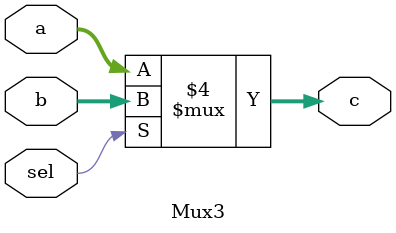
<source format=v>
module Mux1(a,b,sel,c);
input [3:0] a,b;
input sel;
output reg [3:0]c;
always @(*)begin
if(sel==0)
c = a;
else
c = b;
end
endmodule

module Mux2(a,b,sel,c);
input [7:0] a,b;
input sel;
output reg [7:0]c;
always @(*)begin
if(sel==2'b0)
c = a;
else if(sel==2'b01)
c = b;
else if(sel==2'b10)
c = 8'b0;
end
endmodule

module Mux3(a,b,sel,c);
input [15:0] a,b;
input sel;
output reg [15:0]c;
always @(*)begin
if(sel==0)
c = a;
else
c = b;
end
endmodule

</source>
